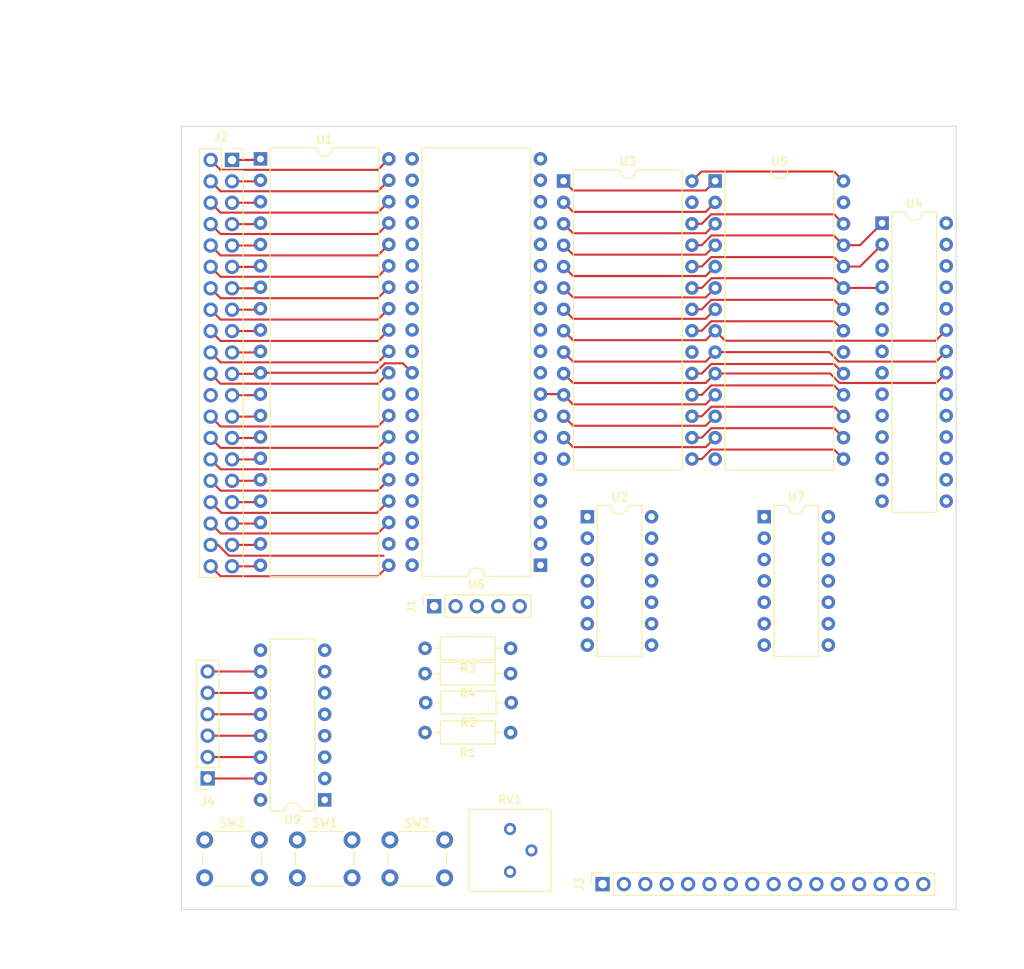
<source format=kicad_pcb>
(kicad_pcb (version 20211014) (generator pcbnew)
  (layers (0 "F.Cu" signal) (31 "B.Cu" signal) (34 "B.Paste" user) (35 "F.Paste" user) (36 "B.SilkS" user "B.Silkscreen") (37 "F.SilkS" user "F.Silkscreen") (38 "B.Mask" user) (39 "F.Mask" user) (44 "Edge.Cuts" user))
  (net 0 "")
  (net 1 "+5V")
  (net 2 "GND")
  (net 3 "/TX")
  (net 4 "/RX")
  (net 5 "/UPDI")
  (net 6 "/A11")
  (net 7 "/A12")
  (net 8 "/A13")
  (net 9 "/A14")
  (net 10 "/A15")
  (net 11 "/CLK")
  (net 12 "/D4")
  (net 13 "/D3")
  (net 14 "/D5")
  (net 15 "/D6")
  (net 16 "/D2")
  (net 17 "/D7")
  (net 18 "/D0")
  (net 19 "/D1")
  (net 20 "/~{HALT}")
  (net 21 "/~{MREQ}")
  (net 22 "/~{IORQ}")
  (net 23 "/~{RD}")
  (net 24 "/~{WR}")
  (net 25 "/~{BUSACK}")
  (net 26 "/~{BUSRQ}")
  (net 27 "/~{M1}")
  (net 28 "/A0")
  (net 29 "/A1")
  (net 30 "/A2")
  (net 31 "/A3")
  (net 32 "/A4")
  (net 33 "/A5")
  (net 34 "/A6")
  (net 35 "/A7")
  (net 36 "/A8")
  (net 37 "/A9")
  (net 38 "/A10")
  (net 39 "/E")
  (net 40 "/RD")
  (net 41 "/VO")
  (net 42 "Net-(U9-Pad15)")
  (net 43 "Net-(U9-Pad14)")
  (net 44 "Net-(U9-Pad13)")
  (net 45 "Net-(U9-Pad12)")
  (net 46 "Net-(U9-Pad11)")
  (net 47 "Net-(U9-Pad10)")
  (net 48 "/STEP")
  (net 49 "/MODE")
  (net 50 "/~{RFSH}")
  (net 51 "Net-(U2-Pad12)")
  (net 52 "/~{RAM_CS}")
  (net 53 "Net-(U2-Pad13)")
  (net 54 "/~{ROM_CS}")
  (net 56 "/SCK")
  (net 57 "/SDA")
  (net 61 "/~{MCU_IORQ}")
  (net 82 "/~{INT}")
  (net 83 "/~{NMI}")
  (net 84 "/~{RESET}")
  (net 85 "/~{WAIT}")
  (footprint "Package_DIP:DIP-28_W15.24mm" (layer "F.Cu") (at 147.375 54.5)
    (fp_text reference "U5")
    (fp_text value "AT28C256")
  )
  (footprint "Package_DIP:DIP-40_W15.24mm" (layer "F.Cu") (at 93.375 51.875)
    (fp_text reference "U1")
    (fp_text value "Z80CPU")
  )
  (footprint "Connector_PinSocket_2.54mm:PinSocket_1x06_P2.54mm_Vertical" (layer "F.Cu") (at 87.097 125.451 180)
    (fp_text reference "J4")
    (fp_text value "IORQ Socket")
  )
  (footprint "Button_Switch_THT:SW_PUSH_6mm" (layer "F.Cu") (at 86.75 132.75)
    (fp_text reference "SW2")
    (fp_text value "SW_SPST")
  )
  (footprint "Resistor_THT:R_Axial_DIN0207_L6.3mm_D2.5mm_P10.16mm_Horizontal" (layer "F.Cu") (at 123.08 120 180)
    (fp_text reference "R1")
    (fp_text value "10K")
  )
  (footprint "Resistor_THT:R_Axial_DIN0207_L6.3mm_D2.5mm_P10.16mm_Horizontal" (layer "F.Cu") (at 123.16 116.45 180)
    (fp_text reference "R2")
    (fp_text value "10K")
  )
  (footprint "Package_DIP:DIP-16_W7.62mm" (layer "F.Cu") (at 101 128 180)
    (fp_text reference "U9")
    (fp_text value "74HC138")
  )
  (footprint "Connector_PinSocket_2.54mm:PinSocket_2x20_P2.54mm_Vertical" (layer "F.Cu") (at 90 52)
    (fp_text reference "J2")
    (fp_text value "Expansion Socket")
  )
  (footprint "Package_DIP:DIP-40_W15.24mm" (layer "F.Cu") (at 126.625 100.125 180)
    (fp_text reference "U6")
    (fp_text value "ATmega4809-P")
  )
  (footprint "Resistor_THT:R_Axial_DIN0207_L6.3mm_D2.5mm_P10.16mm_Horizontal" (layer "F.Cu") (at 123.08 110 180)
    (fp_text reference "R3")
    (fp_text value "10K")
  )
  (footprint "Connector_PinSocket_2.54mm:PinSocket_1x05_P2.54mm_Vertical" (layer "F.Cu") (at 114 105 90)
    (fp_text reference "J1")
    (fp_text value "Programming Socket")
  )
  (footprint "Button_Switch_THT:SW_PUSH_6mm" (layer "F.Cu") (at 97.75 132.75)
    (fp_text reference "SW1")
    (fp_text value "SW_SPST")
  )
  (footprint "Connector_PinSocket_2.54mm:PinSocket_1x16_P2.54mm_Vertical" (layer "F.Cu") (at 134 138 90)
    (fp_text reference "J3")
    (fp_text value "LCD Socket")
  )
  (footprint "Resistor_THT:R_Axial_DIN0207_L6.3mm_D2.5mm_P10.16mm_Horizontal" (layer "F.Cu") (at 123.08 113 180)
    (fp_text reference "R4")
    (fp_text value "10K")
  )
  (footprint "Button_Switch_THT:SW_PUSH_6mm" (layer "F.Cu") (at 108.75 132.75)
    (fp_text reference "SW3")
    (fp_text value "SW_SPST")
  )
  (footprint "Package_DIP:DIP-28_W15.24mm" (layer "F.Cu") (at 129.375 54.5)
    (fp_text reference "U3")
    (fp_text value "HM62256BLP")
  )
  (footprint "Package_DIP:DIP-14_W7.62mm" (layer "F.Cu") (at 132.2 94.375)
    (fp_text reference "U2")
    (fp_text value "74HC00")
  )
  (footprint "Package_DIP:DIP-28_W7.62mm" (layer "F.Cu") (at 167.2 59.5)
    (fp_text reference "U4")
    (fp_text value "MCP23017_SP")
  )
  (footprint "Potentiometer_THT:Potentiometer_Bourns_3386P_Vertical" (layer "F.Cu") (at 123.015 136.54)
    (fp_text reference "RV1")
    (fp_text value "10K")
  )
  (footprint "Package_DIP:DIP-14_W7.62mm" (layer "F.Cu") (at 153.2 94.375)
    (fp_text reference "U7")
    (fp_text value "74HC00")
  )
  (gr_line (start 85 48) (end 176 48) (layer "Edge.Cuts") (width 0.1))
  (gr_line (start 84 48) (end 85 48) (layer "Edge.Cuts") (width 0.1))
  (gr_line (start 176 141) (end 84 141) (layer "Edge.Cuts") (width 0.1))
  (gr_line (start 84 141) (end 84 48) (layer "Edge.Cuts") (width 0.1))
  (gr_line (start 176 48) (end 176 141) (layer "Edge.Cuts") (width 0.1))
  (segment (start 93.375 77.275) (end 107.024009 77.275) (width 0.25) (layer "F.Cu") (net 1))
  (segment (start 161.49 53.375) (end 162.615 54.5) (width 0.25) (layer "F.Cu") (net 1))
  (segment (start 90 77.4) (end 93.25 77.4) (width 0.25) (layer "F.Cu") (net 1))
  (segment (start 108.149009 76.15) (end 110.27 76.15) (width 0.25) (layer "F.Cu") (net 1))
  (segment (start 144.615 54.5) (end 145.74 53.375) (width 0.25) (layer "F.Cu") (net 1))
  (segment (start 110.27 76.15) (end 111.385 77.265) (width 0.25) (layer "F.Cu") (net 1))
  (segment (start 145.74 53.375) (end 161.49 53.375) (width 0.25) (layer "F.Cu") (net 1))
  (segment (start 93.25 77.4) (end 93.375 77.275) (width 0.25) (layer "F.Cu") (net 1))
  (segment (start 107.024009 77.275) (end 108.149009 76.15) (width 0.25) (layer "F.Cu") (net 1))
  (segment (start 145.784009 67.2) (end 146.944009 66.04) (width 0.25) (layer "F.Cu") (net 6))
  (segment (start 146.944009 66.04) (end 161.455 66.04) (width 0.25) (layer "F.Cu") (net 6))
  (segment (start 162.615 67.2) (end 167.12 67.2) (width 0.25) (layer "F.Cu") (net 6))
  (segment (start 167.12 67.2) (end 167.2 67.12) (width 0.25) (layer "F.Cu") (net 6))
  (segment (start 144.615 67.2) (end 145.784009 67.2) (width 0.25) (layer "F.Cu") (net 6))
  (segment (start 90 52) (end 93.25 52) (width 0.25) (layer "F.Cu") (net 6))
  (segment (start 93.25 52) (end 93.375 51.875) (width 0.25) (layer "F.Cu") (net 6))
  (segment (start 161.455 66.04) (end 162.615 67.2) (width 0.25) (layer "F.Cu") (net 6))
  (segment (start 130.5 58.165) (end 146.25 58.165) (width 0.25) (layer "F.Cu") (net 7))
  (segment (start 93.25 54.54) (end 93.375 54.415) (width 0.25) (layer "F.Cu") (net 7))
  (segment (start 146.25 58.165) (end 147.375 57.04) (width 0.25) (layer "F.Cu") (net 7))
  (segment (start 90 54.54) (end 93.25 54.54) (width 0.25) (layer "F.Cu") (net 7))
  (segment (start 129.375 57.04) (end 130.5 58.165) (width 0.25) (layer "F.Cu") (net 7))
  (segment (start 145.784009 59.58) (end 146.909009 58.455) (width 0.25) (layer "F.Cu") (net 8))
  (segment (start 90 57.08) (end 93.25 57.08) (width 0.25) (layer "F.Cu") (net 8))
  (segment (start 144.615 59.58) (end 145.784009 59.58) (width 0.25) (layer "F.Cu") (net 8))
  (segment (start 93.25 57.08) (end 93.375 56.955) (width 0.25) (layer "F.Cu") (net 8))
  (segment (start 161.49 58.455) (end 162.615 59.58) (width 0.25) (layer "F.Cu") (net 8))
  (segment (start 146.909009 58.455) (end 161.49 58.455) (width 0.25) (layer "F.Cu") (net 8))
  (segment (start 146.25 55.625) (end 147.375 54.5) (width 0.25) (layer "F.Cu") (net 9))
  (segment (start 130.5 55.625) (end 146.25 55.625) (width 0.25) (layer "F.Cu") (net 9))
  (segment (start 93.25 59.62) (end 93.375 59.495) (width 0.25) (layer "F.Cu") (net 9))
  (segment (start 90 59.62) (end 93.25 59.62) (width 0.25) (layer "F.Cu") (net 9))
  (segment (start 129.375 54.5) (end 130.5 55.625) (width 0.25) (layer "F.Cu") (net 9))
  (segment (start 90 62.16) (end 93.25 62.16) (width 0.25) (layer "F.Cu") (net 10))
  (segment (start 93.25 62.16) (end 93.375 62.035) (width 0.25) (layer "F.Cu") (net 10))
  (segment (start 93.25 64.7) (end 93.375 64.575) (width 0.25) (layer "F.Cu") (net 11))
  (segment (start 90 64.7) (end 93.25 64.7) (width 0.25) (layer "F.Cu") (net 11))
  (segment (start 146.909009 83.855) (end 161.49 83.855) (width 0.25) (layer "F.Cu") (net 12))
  (segment (start 145.784009 84.98) (end 146.909009 83.855) (width 0.25) (layer "F.Cu") (net 12))
  (segment (start 90 67.24) (end 93.25 67.24) (width 0.25) (layer "F.Cu") (net 12))
  (segment (start 161.49 83.855) (end 162.615 84.98) (width 0.25) (layer "F.Cu") (net 12))
  (segment (start 93.25 67.24) (end 93.375 67.115) (width 0.25) (layer "F.Cu") (net 12))
  (segment (start 144.615 84.98) (end 145.784009 84.98) (width 0.25) (layer "F.Cu") (net 12))
  (segment (start 90 69.78) (end 93.25 69.78) (width 0.25) (layer "F.Cu") (net 13))
  (segment (start 146.909009 86.395) (end 161.49 86.395) (width 0.25) (layer "F.Cu") (net 13))
  (segment (start 93.25 69.78) (end 93.375 69.655) (width 0.25) (layer "F.Cu") (net 13))
  (segment (start 161.49 86.395) (end 162.615 87.52) (width 0.25) (layer "F.Cu") (net 13))
  (segment (start 145.784009 87.52) (end 146.909009 86.395) (width 0.25) (layer "F.Cu") (net 13))
  (segment (start 144.615 87.52) (end 145.784009 87.52) (width 0.25) (layer "F.Cu") (net 13))
  (segment (start 145.784009 82.44) (end 146.909009 81.315) (width 0.25) (layer "F.Cu") (net 14))
  (segment (start 93.25 72.32) (end 93.375 72.195) (width 0.25) (layer "F.Cu") (net 14))
  (segment (start 146.909009 81.315) (end 161.49 81.315) (width 0.25) (layer "F.Cu") (net 14))
  (segment (start 144.615 82.44) (end 145.784009 82.44) (width 0.25) (layer "F.Cu") (net 14))
  (segment (start 161.49 81.315) (end 162.615 82.44) (width 0.25) (layer "F.Cu") (net 14))
  (segment (start 90 72.32) (end 93.25 72.32) (width 0.25) (layer "F.Cu") (net 14))
  (segment (start 144.615 79.9) (end 145.784009 79.9) (width 0.25) (layer "F.Cu") (net 15))
  (segment (start 90 74.86) (end 93.25 74.86) (width 0.25) (layer "F.Cu") (net 15))
  (segment (start 146.909009 78.775) (end 161.49 78.775) (width 0.25) (layer "F.Cu") (net 15))
  (segment (start 145.784009 79.9) (end 146.909009 78.775) (width 0.25) (layer "F.Cu") (net 15))
  (segment (start 161.49 78.775) (end 162.615 79.9) (width 0.25) (layer "F.Cu") (net 15))
  (segment (start 93.25 74.86) (end 93.375 74.735) (width 0.25) (layer "F.Cu") (net 15))
  (segment (start 146.25 86.105) (end 147.375 84.98) (width 0.25) (layer "F.Cu") (net 16))
  (segment (start 93.25 79.94) (end 93.375 79.815) (width 0.25) (layer "F.Cu") (net 16))
  (segment (start 129.375 84.98) (end 130.5 86.105) (width 0.25) (layer "F.Cu") (net 16))
  (segment (start 90 79.94) (end 93.25 79.94) (width 0.25) (layer "F.Cu") (net 16))
  (segment (start 130.5 86.105) (end 146.25 86.105) (width 0.25) (layer "F.Cu") (net 16))
  (segment (start 90 82.48) (end 93.25 82.48) (width 0.25) (layer "F.Cu") (net 17))
  (segment (start 161.49 76.235) (end 162.615 77.36) (width 0.25) (layer "F.Cu") (net 17))
  (segment (start 146.909009 76.235) (end 161.49 76.235) (width 0.25) (layer "F.Cu") (net 17))
  (segment (start 144.615 77.36) (end 145.784009 77.36) (width 0.25) (layer "F.Cu") (net 17))
  (segment (start 93.25 82.48) (end 93.375 82.355) (width 0.25) (layer "F.Cu") (net 17))
  (segment (start 145.784009 77.36) (end 146.909009 76.235) (width 0.25) (layer "F.Cu") (net 17))
  (segment (start 126.625 79.805) (end 129.28 79.805) (width 0.25) (layer "F.Cu") (net 18))
  (segment (start 129.28 79.805) (end 129.375 79.9) (width 0.25) (layer "F.Cu") (net 18))
  (segment (start 146.25 81.025) (end 147.375 79.9) (width 0.25) (layer "F.Cu") (net 18))
  (segment (start 90 85.02) (end 93.25 85.02) (width 0.25) (layer "F.Cu") (net 18))
  (segment (start 130.5 81.025) (end 146.25 81.025) (width 0.25) (layer "F.Cu") (net 18))
  (segment (start 129.375 79.9) (end 130.5 81.025) (width 0.25) (layer "F.Cu") (net 18))
  (segment (start 93.25 85.02) (end 93.375 84.895) (width 0.25) (layer "F.Cu") (net 18))
  (segment (start 130.5 83.565) (end 146.25 83.565) (width 0.25) (layer "F.Cu") (net 19))
  (segment (start 90 87.56) (end 93.25 87.56) (width 0.25) (layer "F.Cu") (net 19))
  (segment (start 129.375 82.44) (end 130.5 83.565) (width 0.25) (layer "F.Cu") (net 19))
  (segment (start 93.25 87.56) (end 93.375 87.435) (width 0.25) (layer "F.Cu") (net 19))
  (segment (start 146.25 83.565) (end 147.375 82.44) (width 0.25) (layer "F.Cu") (net 19))
  (segment (start 90 95.18) (end 93.25 95.18) (width 0.25) (layer "F.Cu") (net 20))
  (segment (start 93.25 95.18) (end 93.375 95.055) (width 0.25) (layer "F.Cu") (net 20))
  (segment (start 93.25 97.72) (end 93.375 97.595) (width 0.25) (layer "F.Cu") (net 21))
  (segment (start 90 97.72) (end 93.25 97.72) (width 0.25) (layer "F.Cu") (net 21))
  (segment (start 93.25 100.26) (end 93.375 100.135) (width 0.25) (layer "F.Cu") (net 22))
  (segment (start 90 100.26) (end 93.25 100.26) (width 0.25) (layer "F.Cu") (net 22))
  (segment (start 145.784009 69.74) (end 146.909009 68.615) (width 0.25) (layer "F.Cu") (net 23))
  (segment (start 107.315 101.435) (end 108.615 100.135) (width 0.25) (layer "F.Cu") (net 23))
  (segment (start 161.49 68.615) (end 162.615 69.74) (width 0.25) (layer "F.Cu") (net 23))
  (segment (start 144.615 69.74) (end 145.784009 69.74) (width 0.25) (layer "F.Cu") (net 23))
  (segment (start 87.46 100.26) (end 88.635 101.435) (width 0.25) (layer "F.Cu") (net 23))
  (segment (start 88.635 101.435) (end 107.315 101.435) (width 0.25) (layer "F.Cu") (net 23))
  (segment (start 146.909009 68.615) (end 161.49 68.615) (width 0.25) (layer "F.Cu") (net 23))
  (segment (start 88.338299 97.72) (end 89.618299 99) (width 0.25) (layer "F.Cu") (net 24))
  (segment (start 87.46 97.72) (end 88.338299 97.72) (width 0.25) (layer "F.Cu") (net 24))
  (segment (start 89.618299 99) (end 108 99) (width 0.25) (layer "F.Cu") (net 24))
  (segment (start 107.315 96.355) (end 108.615 95.055) (width 0.25) (layer "F.Cu") (net 25))
  (segment (start 88.635 96.355) (end 107.315 96.355) (width 0.25) (layer "F.Cu") (net 25))
  (segment (start 87.46 95.18) (end 88.635 96.355) (width 0.25) (layer "F.Cu") (net 25))
  (segment (start 88.635 91.275) (end 107.315 91.275) (width 0.25) (layer "F.Cu") (net 26))
  (segment (start 107.315 91.275) (end 108.615 89.975) (width 0.25) (layer "F.Cu") (net 26))
  (segment (start 87.46 90.1) (end 88.635 91.275) (width 0.25) (layer "F.Cu") (net 26))
  (segment (start 87.46 85.02) (end 88.635 86.195) (width 0.25) (layer "F.Cu") (net 27))
  (segment (start 107.315 86.195) (end 108.615 84.895) (width 0.25) (layer "F.Cu") (net 27))
  (segment (start 88.635 86.195) (end 107.315 86.195) (width 0.25) (layer "F.Cu") (net 27))
  (segment (start 88.635 78.575) (end 107.315 78.575) (width 0.25) (layer "F.Cu") (net 28))
  (segment (start 162.149009 78.485) (end 161.024009 77.36) (width 0.25) (layer "F.Cu") (net 28))
  (segment (start 146.25 78.485) (end 147.375 77.36) (width 0.25) (layer "F.Cu") (net 28))
  (segment (start 130.5 78.485) (end 146.25 78.485) (width 0.25) (layer "F.Cu") (net 28))
  (segment (start 87.46 77.4) (end 88.635 78.575) (width 0.25) (layer "F.Cu") (net 28))
  (segment (start 107.315 78.575) (end 108.615 77.275) (width 0.25) (layer "F.Cu") (net 28))
  (segment (start 173.615 78.485) (end 162.149009 78.485) (width 0.25) (layer "F.Cu") (net 28))
  (segment (start 161.024009 77.36) (end 147.375 77.36) (width 0.25) (layer "F.Cu") (net 28))
  (segment (start 129.375 77.36) (end 130.5 78.485) (width 0.25) (layer "F.Cu") (net 28))
  (segment (start 174.82 77.28) (end 173.615 78.485) (width 0.25) (layer "F.Cu") (net 28))
  (segment (start 129.375 74.82) (end 130.5 75.945) (width 0.25) (layer "F.Cu") (net 29))
  (segment (start 107.315 76.035) (end 108.615 74.735) (width 0.25) (layer "F.Cu") (net 29))
  (segment (start 130.5 75.945) (end 146.25 75.945) (width 0.25) (layer "F.Cu") (net 29))
  (segment (start 162.051 75.945) (end 160.926 74.82) (width 0.25) (layer "F.Cu") (net 29))
  (segment (start 88.635 76.035) (end 107.315 76.035) (width 0.25) (layer "F.Cu") (net 29))
  (segment (start 87.46 74.86) (end 88.635 76.035) (width 0.25) (layer "F.Cu") (net 29))
  (segment (start 160.926 74.82) (end 147.375 74.82) (width 0.25) (layer "F.Cu") (net 29))
  (segment (start 146.25 75.945) (end 147.375 74.82) (width 0.25) (layer "F.Cu") (net 29))
  (segment (start 174.82 74.74) (end 173.615 75.945) (width 0.25) (layer "F.Cu") (net 29))
  (segment (start 173.615 75.945) (end 162.051 75.945) (width 0.25) (layer "F.Cu") (net 29))
  (segment (start 148.564199 73.469199) (end 147.375 72.28) (width 0.25) (layer "F.Cu") (net 30))
  (segment (start 173.550801 73.469199) (end 148.564199 73.469199) (width 0.25) (layer "F.Cu") (net 30))
  (segment (start 87.46 72.32) (end 88.635 73.495) (width 0.25) (layer "F.Cu") (net 30))
  (segment (start 174.82 72.2) (end 173.550801 73.469199) (width 0.25) (layer "F.Cu") (net 30))
  (segment (start 107.315 73.495) (end 108.615 72.195) (width 0.25) (layer "F.Cu") (net 30))
  (segment (start 88.635 73.495) (end 107.315 73.495) (width 0.25) (layer "F.Cu") (net 30))
  (segment (start 129.375 72.28) (end 130.5 73.405) (width 0.25) (layer "F.Cu") (net 30))
  (segment (start 130.5 73.405) (end 146.25 73.405) (width 0.25) (layer "F.Cu") (net 30))
  (segment (start 146.25 73.405) (end 147.375 72.28) (width 0.25) (layer "F.Cu") (net 30))
  (segment (start 107.315 70.955) (end 108.615 69.655) (width 0.25) (layer "F.Cu") (net 31))
  (segment (start 129.375 69.74) (end 130.5 70.865) (width 0.25) (layer "F.Cu") (net 31))
  (segment (start 88.635 70.955) (end 107.315 70.955) (width 0.25) (layer "F.Cu") (net 31))
  (segment (start 87.46 69.78) (end 88.635 70.955) (width 0.25) (layer "F.Cu") (net 31))
  (segment (start 130.5 70.865) (end 146.25 70.865) (width 0.25) (layer "F.Cu") (net 31))
  (segment (start 146.25 70.865) (end 147.375 69.74) (width 0.25) (layer "F.Cu") (net 31))
  (segment (start 107.315 68.415) (end 108.615 67.115) (width 0.25) (layer "F.Cu") (net 32))
  (segment (start 88.635 68.415) (end 107.315 68.415) (width 0.25) (layer "F.Cu") (net 32))
  (segment (start 130.5 68.325) (end 146.25 68.325) (width 0.25) (layer "F.Cu") (net 32))
  (segment (start 87.46 67.24) (end 88.635 68.415) (width 0.25) (layer "F.Cu") (net 32))
  (segment (start 146.25 68.325) (end 147.375 67.2) (width 0.25) (layer "F.Cu") (net 32))
  (segment (start 129.375 67.2) (end 130.5 68.325) (width 0.25) (layer "F.Cu") (net 32))
  (segment (start 130.5 65.785) (end 146.25 65.785) (width 0.25) (layer "F.Cu") (net 33))
  (segment (start 88.635 65.875) (end 107.315 65.875) (width 0.25) (layer "F.Cu") (net 33))
  (segment (start 129.375 64.66) (end 130.5 65.785) (width 0.25) (layer "F.Cu") (net 33))
  (segment (start 146.25 65.785) (end 147.375 64.66) (width 0.25) (layer "F.Cu") (net 33))
  (segment (start 87.46 64.7) (end 88.635 65.875) (width 0.25) (layer "F.Cu") (net 33))
  (segment (start 107.315 65.875) (end 108.615 64.575) (width 0.25) (layer "F.Cu") (net 33))
  (segment (start 107.315 63.335) (end 108.615 62.035) (width 0.25) (layer "F.Cu") (net 34))
  (segment (start 129.375 62.12) (end 130.5 63.245) (width 0.25) (layer "F.Cu") (net 34))
  (segment (start 146.25 63.245) (end 147.375 62.12) (width 0.25) (layer "F.Cu") (net 34))
  (segment (start 87.46 62.16) (end 88.635 63.335) (width 0.25) (layer "F.Cu") (net 34))
  (segment (start 88.635 63.335) (end 107.315 63.335) (width 0.25) (layer "F.Cu") (net 34))
  (segment (start 130.5 63.245) (end 146.25 63.245) (width 0.25) (layer "F.Cu") (net 34))
  (segment (start 129.375 59.58) (end 130.5 60.705) (width 0.25) (layer "F.Cu") (net 35))
  (segment (start 87.46 59.62) (end 88.635 60.795) (width 0.25) (layer "F.Cu") (net 35))
  (segment (start 107.315 60.795) (end 108.615 59.495) (width 0.25) (layer "F.Cu") (net 35))
  (segment (start 146.25 60.705) (end 147.375 59.58) (width 0.25) (layer "F.Cu") (net 35))
  (segment (start 130.5 60.705) (end 146.25 60.705) (width 0.25) (layer "F.Cu") (net 35))
  (segment (start 88.635 60.795) (end 107.315 60.795) (width 0.25) (layer "F.Cu") (net 35))
  (segment (start 87.46 57.08) (end 88.635 58.255) (width 0.25) (layer "F.Cu") (net 36))
  (segment (start 162.615 62.12) (end 164.58 62.12) (width 0.25) (layer "F.Cu") (net 36))
  (segment (start 146.944009 60.96) (end 161.455 60.96) (width 0.25) (layer "F.Cu") (net 36))
  (segment (start 164.58 62.12) (end 167.2 59.5) (width 0.25) (layer "F.Cu") (net 36))
  (segment (start 145.784009 62.12) (end 146.944009 60.96) (width 0.25) (layer "F.Cu") (net 36))
  (segment (start 107.315 58.255) (end 108.615 56.955) (width 0.25) (layer "F.Cu") (net 36))
  (segment (start 144.615 62.12) (end 145.784009 62.12) (width 0.25) (layer "F.Cu") (net 36))
  (segment (start 88.635 58.255) (end 107.315 58.255) (width 0.25) (layer "F.Cu") (net 36))
  (segment (start 161.455 60.96) (end 162.615 62.12) (width 0.25) (layer "F.Cu") (net 36))
  (segment (start 161.49 63.535) (end 162.615 64.66) (width 0.25) (layer "F.Cu") (net 37))
  (segment (start 145.784009 64.66) (end 146.909009 63.535) (width 0.25) (layer "F.Cu") (net 37))
  (segment (start 162.615 64.66) (end 164.58 64.66) (width 0.25) (layer "F.Cu") (net 37))
  (segment (start 164.58 64.66) (end 167.2 62.04) (width 0.25) (layer "F.Cu") (net 37))
  (segment (start 144.615 64.66) (end 145.784009 64.66) (width 0.25) (layer "F.Cu") (net 37))
  (segment (start 87.46 54.54) (end 88.635 55.715) (width 0.25) (layer "F.Cu") (net 37))
  (segment (start 146.909009 63.535) (end 161.49 63.535) (width 0.25) (layer "F.Cu") (net 37))
  (segment (start 107.315 55.715) (end 108.615 54.415) (width 0.25) (layer "F.Cu") (net 37))
  (segment (start 88.635 55.715) (end 107.315 55.715) (width 0.25) (layer "F.Cu") (net 37))
  (segment (start 107.315 53.175) (end 108.615 51.875) (width 0.25) (layer "F.Cu") (net 38))
  (segment (start 145.784009 72.28) (end 146.909009 71.155) (width 0.25) (layer "F.Cu") (net 38))
  (segment (start 144.615 72.28) (end 145.784009 72.28) (width 0.25) (layer "F.Cu") (net 38))
  (segment (start 161.49 71.155) (end 162.615 72.28) (width 0.25) (layer "F.Cu") (net 38))
  (segment (start 146.909009 71.155) (end 161.49 71.155) (width 0.25) (layer "F.Cu") (net 38))
  (segment (start 87.46 52) (end 88.635 53.175) (width 0.25) (layer "F.Cu") (net 38))
  (segment (start 88.635 53.175) (end 107.315 53.175) (width 0.25) (layer "F.Cu") (net 38))
  (segment (start 87.106 125.46) (end 87.097 125.451) (width 0.25) (layer "F.Cu") (net 42))
  (segment (start 93.38 125.46) (end 87.106 125.46) (width 0.25) (layer "F.Cu") (net 42))
  (segment (start 92.92 122.46) (end 93.38 122.92) (width 0.25) (layer "F.Cu") (net 43))
  (segment (start 87.097 122.911) (end 93.371 122.911) (width 0.25) (layer "F.Cu") (net 43))
  (segment (start 93.371 122.911) (end 93.38 122.92) (width 0.25) (layer "F.Cu") (net 43))
  (segment (start 93.38 120.38) (end 87.106 120.38) (width 0.25) (layer "F.Cu") (net 44))
  (segment (start 87.106 120.38) (end 87.097 120.371) (width 0.25) (layer "F.Cu") (net 44))
  (segment (start 92.92 119.92) (end 93.38 120.38) (width 0.25) (layer "F.Cu") (net 44))
  (segment (start 93.371 117.831) (end 93.38 117.84) (width 0.25) (layer "F.Cu") (net 45))
  (segment (start 87.097 117.831) (end 93.371 117.831) (width 0.25) (layer "F.Cu") (net 45))
  (segment (start 92.92 117.38) (end 93.38 117.84) (width 0.25) (layer "F.Cu") (net 45))
  (segment (start 92.92 114.84) (end 93.38 115.3) (width 0.25) (layer "F.Cu") (net 46))
  (segment (start 87.106 115.3) (end 87.097 115.291) (width 0.25) (layer "F.Cu") (net 46))
  (segment (start 93.38 115.3) (end 87.106 115.3) (width 0.25) (layer "F.Cu") (net 46))
  (segment (start 92.92 112.3) (end 93.38 112.76) (width 0.25) (layer "F.Cu") (net 47))
  (segment (start 87.097 112.751) (end 93.371 112.751) (width 0.25) (layer "F.Cu") (net 47))
  (segment (start 93.371 112.751) (end 93.38 112.76) (width 0.25) (layer "F.Cu") (net 47))
  (segment (start 107.315 83.655) (end 108.615 82.355) (width 0.25) (layer "F.Cu") (net 50))
  (segment (start 87.46 82.48) (end 88.635 83.655) (width 0.25) (layer "F.Cu") (net 50))
  (segment (start 88.635 83.655) (end 107.315 83.655) (width 0.25) (layer "F.Cu") (net 50))
  (segment (start 93.25 90.1) (end 93.375 89.975) (width 0.25) (layer "F.Cu") (net 82))
  (segment (start 90 90.1) (end 93.25 90.1) (width 0.25) (layer "F.Cu") (net 82))
  (segment (start 93.25 92.64) (end 93.375 92.515) (width 0.25) (layer "F.Cu") (net 83))
  (segment (start 90 92.64) (end 93.25 92.64) (width 0.25) (layer "F.Cu") (net 83))
  (segment (start 88.635 88.735) (end 107.315 88.735) (width 0.25) (layer "F.Cu") (net 84))
  (segment (start 107.315 88.735) (end 108.615 87.435) (width 0.25) (layer "F.Cu") (net 84))
  (segment (start 87.46 87.56) (end 88.635 88.735) (width 0.25) (layer "F.Cu") (net 84))
  (segment (start 107.215722 93.914278) (end 108.615 92.515) (width 0.25) (layer "F.Cu") (net 85))
  (segment (start 87.46 92.64) (end 88.734278 93.914278) (width 0.25) (layer "F.Cu") (net 85))
  (segment (start 88.734278 93.914278) (end 107.215722 93.914278) (width 0.25) (layer "F.Cu") (net 85))
)
</source>
